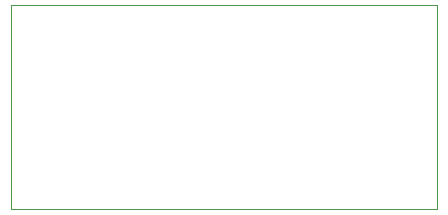
<source format=gm1>
%TF.GenerationSoftware,KiCad,Pcbnew,6.0.2-378541a8eb~116~ubuntu20.04.1*%
%TF.CreationDate,2022-02-17T13:36:36-05:00*%
%TF.ProjectId,TachAdapter,54616368-4164-4617-9074-65722e6b6963,rev?*%
%TF.SameCoordinates,Original*%
%TF.FileFunction,Profile,NP*%
%FSLAX46Y46*%
G04 Gerber Fmt 4.6, Leading zero omitted, Abs format (unit mm)*
G04 Created by KiCad (PCBNEW 6.0.2-378541a8eb~116~ubuntu20.04.1) date 2022-02-17 13:36:36*
%MOMM*%
%LPD*%
G01*
G04 APERTURE LIST*
%TA.AperFunction,Profile*%
%ADD10C,0.100000*%
%TD*%
G04 APERTURE END LIST*
D10*
X135128000Y-98806000D02*
X171196000Y-98806000D01*
X171196000Y-98806000D02*
X171196000Y-116078000D01*
X135128000Y-116078000D02*
X135128000Y-98806000D01*
X171196000Y-116078000D02*
X135128000Y-116078000D01*
M02*

</source>
